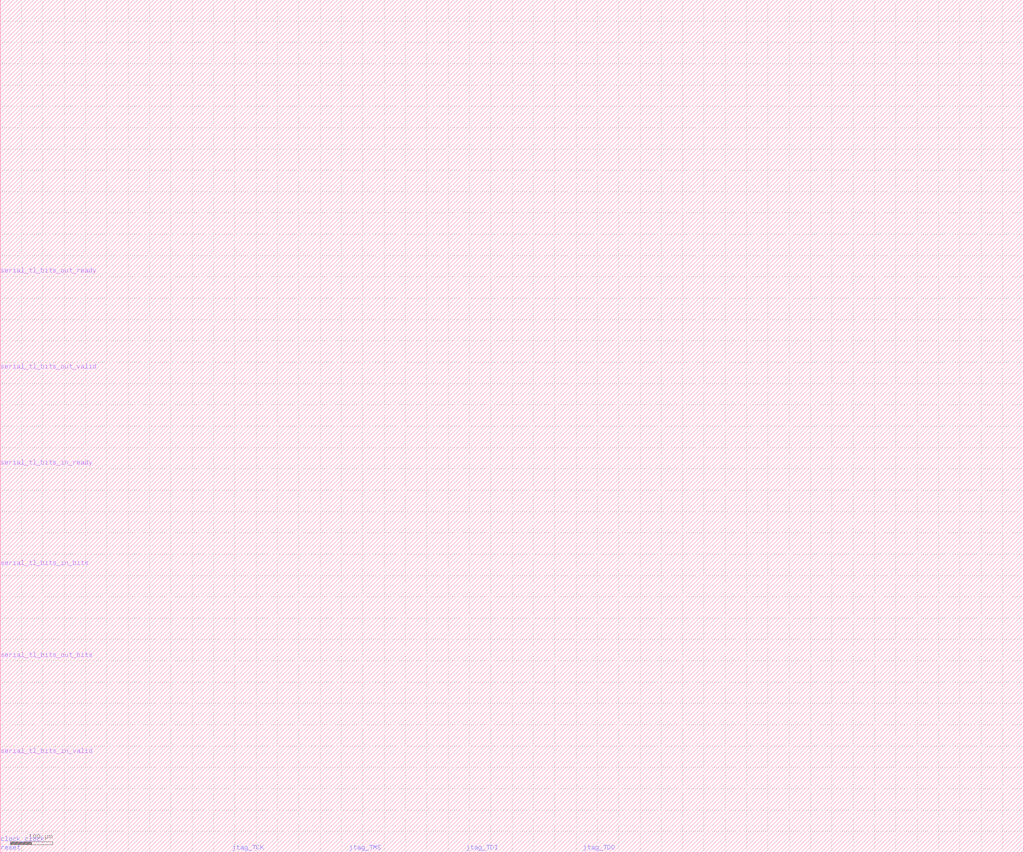
<source format=lef>
##
## LEF for ChipTop ;
##

VERSION 5.8 ;

BUSBITCHARS "[]" ;
DIVIDERCHAR "/" ;

MACRO ChipTop
    CLASS BLOCK ;
    SIZE 2400.0 BY 2000.0 ;
    FOREIGN Digital 0.000000 0.000000 ;
    ORIGIN 0 0 ;
    SYMMETRY X Y R90 ;
    PIN serial_tl_bits_out_ready
        DIRECTION INPUT ;
        USE SIGNAL ;
        PORT
        LAYER met3 ;
            RECT 0.0 1353.0 0.5 1353.5 ;
        END
    END serial_tl_bits_out_ready
    PIN serial_tl_bits_out_valid
        DIRECTION OUTPUT ;
        USE SIGNAL ;
        PORT
        LAYER met3 ;
            RECT 0.0 1127.0 0.5 1127.5 ;
        END
    END serial_tl_bits_out_valid
    PIN serial_tl_bits_in_ready
        DIRECTION OUTPUT ;
        USE SIGNAL ;
        PORT
        LAYER met3 ;
            RECT 0.0 902.0 0.5 902.5 ;
        END
    END serial_tl_bits_in_ready
    PIN serial_tl_bits_in_bits
        DIRECTION INPUT ;
        USE SIGNAL ;
        PORT
        LAYER met3 ;
            RECT 0.0 667.0 0.5 667.5 ;
        END
    END serial_tl_bits_in_bits
    PIN serial_tl_bits_out_bits
        DIRECTION OUTPUT ;
        USE SIGNAL ;
        PORT
        LAYER met3 ;
            RECT 0.0 451.0 0.5 451.5 ;
        END
    END serial_tl_bits_out_bits
    PIN serial_tl_bits_in_valid
        DIRECTION INPUT ;
        USE SIGNAL ;
        PORT
        LAYER met3 ;
            RECT 0.0 226.0 0.5 226.5 ;
        END
    END serial_tl_bits_in_valid
    PIN reset
        DIRECTION INPUT ;
        USE SIGNAL ;
        PORT
        LAYER met4 ;
            RECT 0.0 0.0 0.5 0.5 ;
        END
    END reset
    PIN clock_clock
        DIRECTION INPUT ;
        USE SIGNAL ;
        PORT
        LAYER met4 ;
            RECT 0.0 20.0 0.5 20.5 ;
        END
    END clock_clock
    PIN jtag_TCK
        DIRECTION INPUT ;
        USE SIGNAL ;
        PORT
        LAYER met4 ;
            RECT 543.0 0.0 543.5 0.5 ;
        END
    END jtag_TCK
    PIN jtag_TMS
        DIRECTION INPUT ;
        USE SIGNAL ;
        PORT
        LAYER met4 ;
            RECT 817.0 0.0 817.5 0.5 ;
        END
    END jtag_TMS
    PIN jtag_TDI
        DIRECTION INPUT ;
        USE SIGNAL ;
        PORT
        LAYER met4 ;
            RECT 1091.0 0.0 1091.5 0.5 ;
        END
    END jtag_TDI
    PIN jtag_TDO
        DIRECTION OUTPUT ;
        USE SIGNAL ;
        PORT
        LAYER met4 ;
            RECT 1365.0 0.0 1365.5 0.5 ;
        END
    END jtag_TDO
    PIN serial_tl_clock
        DIRECTION OUTPUT ;
        USE SIGNAL ;
        PORT
        LAYER met3 ;
            RECT 2398.0 10.0 2398.5 10.5 ;
        END
    END serial_tl_clock
    PIN uart_0_rxd
        DIRECTION INPUT ;
        USE SIGNAL ;
        PORT
        LAYER met3 ;
            RECT 2398.0 1127.0 2398.5 1127.5 ;
        END
    END uart_0_rxd
    PIN uart_0_txd
        DIRECTION OUTPUT ;
        USE SIGNAL ;
        PORT
        LAYER met3 ;
            RECT 2398.0 1353.0 2398.5 1353.5 ;
        END
    END uart_0_txd
    OBS
    END
END ChipTop

END LIBRARY

</source>
